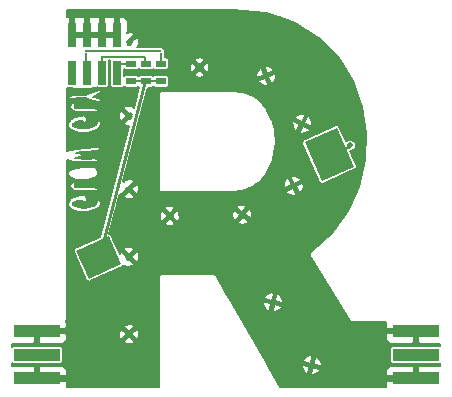
<source format=gbl>
G04 #@! TF.FileFunction,Copper,L2,Bot,Signal*
%FSLAX46Y46*%
G04 Gerber Fmt 4.6, Leading zero omitted, Abs format (unit mm)*
G04 Created by KiCad (PCBNEW 4.0.0-rc2-stable) date 3/3/2016 3:47:18 PM*
%MOMM*%
G01*
G04 APERTURE LIST*
%ADD10C,0.150000*%
%ADD11C,0.500000*%
%ADD12R,4.000000X1.000000*%
%ADD13C,0.600000*%
%ADD14R,0.760000X2.000000*%
%ADD15R,0.740000X2.000000*%
%ADD16R,0.900000X0.600000*%
%ADD17R,0.900000X0.200000*%
%ADD18R,3.800000X0.200000*%
%ADD19R,6.500000X0.200000*%
%ADD20R,0.200000X0.400000*%
%ADD21R,0.200000X0.800000*%
%ADD22R,2.000000X0.200000*%
%ADD23C,0.254000*%
%ADD24C,0.152400*%
G04 APERTURE END LIST*
D10*
D11*
X56842574Y-46447844D03*
X56842574Y-39893965D03*
X72307438Y-49085082D03*
X69040168Y-43748697D03*
X60281380Y-36428350D03*
X66438065Y-36315645D03*
X70776463Y-33870201D03*
X71519907Y-28618940D03*
X68465798Y-24558385D03*
X62819025Y-23861350D03*
X56840280Y-21730643D03*
X56840280Y-27951940D03*
X56840280Y-34173247D03*
D12*
X81147030Y-50192200D03*
X81147030Y-48192200D03*
X81147030Y-46192200D03*
D13*
X80147030Y-50192200D03*
X80147030Y-48192200D03*
X80147030Y-46192200D03*
D12*
X49020840Y-46192200D03*
X49020840Y-48192200D03*
X49020840Y-50192200D03*
D13*
X50020840Y-46192200D03*
X50020840Y-48192200D03*
X50020840Y-50192200D03*
D10*
G36*
X52370325Y-39379760D02*
X55110177Y-38157788D01*
X56169219Y-40532326D01*
X53429367Y-41754298D01*
X52370325Y-39379760D01*
X52370325Y-39379760D01*
G37*
G36*
X71710936Y-30206387D02*
X74450788Y-28984415D01*
X75917154Y-32272237D01*
X73177302Y-33494209D01*
X71710936Y-30206387D01*
X71710936Y-30206387D01*
G37*
D11*
X75549284Y-30465397D03*
D14*
X55832055Y-21133350D03*
X54562055Y-21133350D03*
X53292055Y-21133350D03*
X52022055Y-21133350D03*
X55832055Y-24333350D03*
X54562055Y-24333350D03*
X53292055Y-24333350D03*
D15*
X52022055Y-24333350D03*
D16*
X57027055Y-25033350D03*
X57027055Y-23533350D03*
X58277055Y-23533350D03*
X58277055Y-25033350D03*
X59527055Y-25033350D03*
X59527055Y-23533350D03*
D17*
X56377055Y-23583350D03*
D18*
X56377055Y-22933350D03*
D19*
X56377055Y-22483350D03*
D20*
X58177055Y-23133350D03*
X54577055Y-23133350D03*
D21*
X53227055Y-22933350D03*
X59527055Y-22933350D03*
D22*
X58227055Y-25033350D03*
D23*
X73810000Y-31240000D02*
X75550000Y-30470000D01*
X73810000Y-31240000D02*
X75550000Y-30470000D01*
X73810000Y-31240000D02*
X75550000Y-30470000D01*
X73810000Y-31240000D02*
X75550000Y-30470000D01*
X73810000Y-31240000D02*
X75550000Y-30470000D01*
X73810000Y-31240000D02*
X75550000Y-30470000D01*
X73810000Y-31240000D02*
X75550000Y-30470000D01*
X73810000Y-31240000D02*
X75550000Y-30470000D01*
X73810000Y-31240000D02*
X75550000Y-30470000D01*
X54270000Y-39960000D02*
X58230000Y-25030000D01*
X54270000Y-39960000D02*
X58230000Y-25030000D01*
X54270000Y-39960000D02*
X58230000Y-25030000D01*
X54270000Y-39960000D02*
X58230000Y-25030000D01*
X54270000Y-39960000D02*
X58230000Y-25030000D01*
X54270000Y-39960000D02*
X58230000Y-25030000D01*
X54270000Y-39960000D02*
X58230000Y-25030000D01*
X54270000Y-39960000D02*
X58230000Y-25030000D01*
X54270000Y-39960000D02*
X58230000Y-25030000D01*
D24*
G36*
X68479714Y-19285014D02*
X69769088Y-19634018D01*
X70940037Y-20127558D01*
X72992729Y-21437371D01*
X74598822Y-23092134D01*
X75786894Y-25020316D01*
X76538383Y-27177189D01*
X76880595Y-29445566D01*
X76792609Y-31733220D01*
X76284267Y-33952328D01*
X75366690Y-36051040D01*
X74023298Y-37910373D01*
X72228022Y-39459045D01*
X72207876Y-39484861D01*
X72183919Y-39507194D01*
X72174746Y-39527314D01*
X72161145Y-39544743D01*
X72152411Y-39576306D01*
X72138826Y-39606104D01*
X72138051Y-39628199D01*
X72132154Y-39649510D01*
X72136164Y-39682014D01*
X72135016Y-39714742D01*
X72142756Y-39735453D01*
X72145463Y-39757396D01*
X72161605Y-39785889D01*
X72173070Y-39816568D01*
X75563070Y-45296568D01*
X75585073Y-45320170D01*
X75603000Y-45347000D01*
X75621787Y-45359553D01*
X75637194Y-45376080D01*
X75666553Y-45389465D01*
X75693384Y-45407393D01*
X75715545Y-45411801D01*
X75736104Y-45421174D01*
X75768352Y-45422305D01*
X75800000Y-45428600D01*
X78623883Y-45428600D01*
X78562830Y-45575995D01*
X78562830Y-45868350D01*
X78708880Y-46014400D01*
X79279110Y-46014400D01*
X79247618Y-46130533D01*
X79278412Y-46370000D01*
X78708880Y-46370000D01*
X78562830Y-46516050D01*
X78562830Y-46808405D01*
X78651769Y-47023123D01*
X78816108Y-47187461D01*
X79030826Y-47276400D01*
X80823180Y-47276400D01*
X80969230Y-47130350D01*
X80969230Y-46538598D01*
X81046442Y-46253867D01*
X81013076Y-45994400D01*
X81324830Y-45994400D01*
X81324830Y-46014400D01*
X81344830Y-46014400D01*
X81344830Y-46370000D01*
X81324830Y-46370000D01*
X81324830Y-47130350D01*
X81470880Y-47276400D01*
X83181400Y-47276400D01*
X83181400Y-47466082D01*
X83147030Y-47459122D01*
X79147030Y-47459122D01*
X79062316Y-47475062D01*
X78984512Y-47525128D01*
X78932315Y-47601520D01*
X78913952Y-47692200D01*
X78913952Y-48692200D01*
X78929892Y-48776914D01*
X78979958Y-48854718D01*
X79056350Y-48906915D01*
X79147030Y-48925278D01*
X83147030Y-48925278D01*
X83181400Y-48918811D01*
X83181400Y-49108000D01*
X81470880Y-49108000D01*
X81324830Y-49254050D01*
X81324830Y-50014400D01*
X81344830Y-50014400D01*
X81344830Y-50370000D01*
X81324830Y-50370000D01*
X81324830Y-50390000D01*
X81009526Y-50390000D01*
X81046442Y-50253867D01*
X81001577Y-49904983D01*
X80969230Y-49826890D01*
X80969230Y-49254050D01*
X80823180Y-49108000D01*
X79030826Y-49108000D01*
X78816108Y-49196939D01*
X78651769Y-49361277D01*
X78562830Y-49575995D01*
X78562830Y-49868350D01*
X78708880Y-50014400D01*
X79279110Y-50014400D01*
X79247618Y-50130533D01*
X79278412Y-50370000D01*
X78708880Y-50370000D01*
X78562830Y-50516050D01*
X78562830Y-50808405D01*
X78593065Y-50881400D01*
X69650176Y-50881400D01*
X68638290Y-49143357D01*
X71458893Y-49143357D01*
X71545785Y-49463645D01*
X71748633Y-49726301D01*
X71869713Y-49814343D01*
X71917065Y-49788406D01*
X72266858Y-49788406D01*
X72365713Y-49933627D01*
X72686001Y-49846735D01*
X72948657Y-49643887D01*
X73036699Y-49522807D01*
X72952305Y-49368732D01*
X72399745Y-49235845D01*
X72266858Y-49788406D01*
X71917065Y-49788406D01*
X72023788Y-49729949D01*
X72156675Y-49177389D01*
X71604114Y-49044502D01*
X71458893Y-49143357D01*
X68638290Y-49143357D01*
X68550622Y-48992775D01*
X72458201Y-48992775D01*
X73010762Y-49125662D01*
X73155983Y-49026807D01*
X73069091Y-48706519D01*
X72866243Y-48443863D01*
X72745163Y-48355821D01*
X72591088Y-48440215D01*
X72458201Y-48992775D01*
X68550622Y-48992775D01*
X68349520Y-48647357D01*
X71578177Y-48647357D01*
X71662571Y-48801432D01*
X72215131Y-48934319D01*
X72348018Y-48381758D01*
X72249163Y-48236537D01*
X71928875Y-48323429D01*
X71666219Y-48526277D01*
X71578177Y-48647357D01*
X68349520Y-48647357D01*
X65531453Y-43806972D01*
X68191623Y-43806972D01*
X68278515Y-44127260D01*
X68481363Y-44389916D01*
X68602443Y-44477958D01*
X68649795Y-44452021D01*
X68999588Y-44452021D01*
X69098443Y-44597242D01*
X69418731Y-44510350D01*
X69681387Y-44307502D01*
X69769429Y-44186422D01*
X69685035Y-44032347D01*
X69132475Y-43899460D01*
X68999588Y-44452021D01*
X68649795Y-44452021D01*
X68756518Y-44393564D01*
X68889405Y-43841004D01*
X68336844Y-43708117D01*
X68191623Y-43806972D01*
X65531453Y-43806972D01*
X65443785Y-43656390D01*
X69190931Y-43656390D01*
X69743492Y-43789277D01*
X69888713Y-43690422D01*
X69801821Y-43370134D01*
X69598973Y-43107478D01*
X69477893Y-43019436D01*
X69323818Y-43103830D01*
X69190931Y-43656390D01*
X65443785Y-43656390D01*
X65242683Y-43310972D01*
X68310907Y-43310972D01*
X68395301Y-43465047D01*
X68947861Y-43597934D01*
X69080748Y-43045373D01*
X68981893Y-42900152D01*
X68661605Y-42987044D01*
X68398949Y-43189892D01*
X68310907Y-43310972D01*
X65242683Y-43310972D01*
X64170768Y-41469825D01*
X64146968Y-41442884D01*
X64127000Y-41413000D01*
X64111301Y-41402510D01*
X64098798Y-41388357D01*
X64066501Y-41372575D01*
X64036616Y-41352607D01*
X64018096Y-41348923D01*
X64001130Y-41340633D01*
X63965253Y-41338412D01*
X63930000Y-41331400D01*
X59630000Y-41331400D01*
X59523384Y-41352607D01*
X59433000Y-41413000D01*
X59372607Y-41503384D01*
X59351400Y-41610000D01*
X59351400Y-50881400D01*
X51574805Y-50881400D01*
X51605040Y-50808405D01*
X51605040Y-50516050D01*
X51458990Y-50370000D01*
X50888760Y-50370000D01*
X50920252Y-50253867D01*
X50889458Y-50014400D01*
X51458990Y-50014400D01*
X51605040Y-49868350D01*
X51605040Y-49575995D01*
X51516101Y-49361277D01*
X51351762Y-49196939D01*
X51137044Y-49108000D01*
X49344690Y-49108000D01*
X49198640Y-49254050D01*
X49198640Y-49845802D01*
X49121428Y-50130533D01*
X49154794Y-50390000D01*
X48843040Y-50390000D01*
X48843040Y-50370000D01*
X48823040Y-50370000D01*
X48823040Y-50014400D01*
X48843040Y-50014400D01*
X48843040Y-49254050D01*
X48696990Y-49108000D01*
X46908600Y-49108000D01*
X46908600Y-48892184D01*
X46930160Y-48906915D01*
X47020840Y-48925278D01*
X51020840Y-48925278D01*
X51105554Y-48909338D01*
X51183358Y-48859272D01*
X51235555Y-48782880D01*
X51253918Y-48692200D01*
X51253918Y-47692200D01*
X51237978Y-47607486D01*
X51187912Y-47529682D01*
X51111520Y-47477485D01*
X51020840Y-47459122D01*
X47020840Y-47459122D01*
X46936126Y-47475062D01*
X46908600Y-47492775D01*
X46908600Y-47276400D01*
X48696990Y-47276400D01*
X48843040Y-47130350D01*
X48843040Y-46370000D01*
X48823040Y-46370000D01*
X48823040Y-46014400D01*
X48843040Y-46014400D01*
X48843040Y-45994400D01*
X49158344Y-45994400D01*
X49121428Y-46130533D01*
X49166293Y-46479417D01*
X49198640Y-46557510D01*
X49198640Y-47130350D01*
X49344690Y-47276400D01*
X51137044Y-47276400D01*
X51351762Y-47187461D01*
X51512743Y-47026480D01*
X56440715Y-47026480D01*
X56449193Y-47201950D01*
X56767721Y-47295088D01*
X57097645Y-47259240D01*
X57235955Y-47201950D01*
X57244433Y-47026480D01*
X56842574Y-46624621D01*
X56440715Y-47026480D01*
X51512743Y-47026480D01*
X51516101Y-47023123D01*
X51605040Y-46808405D01*
X51605040Y-46516050D01*
X51461981Y-46372991D01*
X55995330Y-46372991D01*
X56031178Y-46702915D01*
X56088468Y-46841225D01*
X56263938Y-46849703D01*
X56665797Y-46447844D01*
X57019351Y-46447844D01*
X57421210Y-46849703D01*
X57596680Y-46841225D01*
X57689818Y-46522697D01*
X57653970Y-46192773D01*
X57596680Y-46054463D01*
X57421210Y-46045985D01*
X57019351Y-46447844D01*
X56665797Y-46447844D01*
X56263938Y-46045985D01*
X56088468Y-46054463D01*
X55995330Y-46372991D01*
X51461981Y-46372991D01*
X51458990Y-46370000D01*
X50888760Y-46370000D01*
X50920252Y-46253867D01*
X50889458Y-46014400D01*
X51458990Y-46014400D01*
X51604182Y-45869208D01*
X56440715Y-45869208D01*
X56842574Y-46271067D01*
X57244433Y-45869208D01*
X57235955Y-45693738D01*
X56917427Y-45600600D01*
X56587503Y-45636448D01*
X56449193Y-45693738D01*
X56440715Y-45869208D01*
X51604182Y-45869208D01*
X51605040Y-45868350D01*
X51605040Y-45575995D01*
X51516101Y-45361277D01*
X51511908Y-45357084D01*
X51527000Y-45347000D01*
X51587393Y-45256616D01*
X51608600Y-45150000D01*
X51608600Y-35455995D01*
X51703905Y-35455995D01*
X51704113Y-35466899D01*
X51714113Y-35576899D01*
X51728655Y-35615202D01*
X51868655Y-35805202D01*
X51894017Y-35827169D01*
X52174017Y-35977169D01*
X52192740Y-35984219D01*
X52622740Y-36084219D01*
X52628833Y-36085377D01*
X52898833Y-36125377D01*
X52910000Y-36126200D01*
X52950000Y-36126200D01*
X52958652Y-36125707D01*
X53308652Y-36085707D01*
X53317835Y-36084083D01*
X53857835Y-35954083D01*
X53877006Y-35946611D01*
X54237006Y-35746611D01*
X54262651Y-35723374D01*
X54442651Y-35463374D01*
X54455612Y-35429451D01*
X54475612Y-35269451D01*
X54472290Y-35235903D01*
X54452290Y-35175903D01*
X54440006Y-35153035D01*
X54417006Y-35133389D01*
X54327006Y-35083389D01*
X54302775Y-35074878D01*
X54272542Y-35075827D01*
X54245060Y-35088463D01*
X54224659Y-35110795D01*
X54023007Y-35446881D01*
X53846353Y-35570539D01*
X53366261Y-35714567D01*
X53087382Y-35733800D01*
X52953996Y-35733800D01*
X52584566Y-35694913D01*
X52251748Y-35599822D01*
X52136181Y-35525529D01*
X52126200Y-35508893D01*
X52126200Y-35349640D01*
X52203237Y-35265599D01*
X52574269Y-35135739D01*
X52841348Y-35126200D01*
X52878436Y-35126200D01*
X52996118Y-35243882D01*
X53020354Y-35260197D01*
X53050000Y-35266200D01*
X53090000Y-35266200D01*
X53118300Y-35260750D01*
X53168300Y-35240750D01*
X53186965Y-35230006D01*
X53206611Y-35207006D01*
X53256611Y-35117006D01*
X53266200Y-35080000D01*
X53266200Y-34910000D01*
X53265612Y-34900549D01*
X53255612Y-34820549D01*
X53242425Y-34786302D01*
X53172425Y-34686302D01*
X53144078Y-34661845D01*
X53084078Y-34631845D01*
X53055927Y-34624031D01*
X53025903Y-34627710D01*
X52821190Y-34695948D01*
X52206689Y-34804972D01*
X52188730Y-34810512D01*
X51988730Y-34900512D01*
X51959527Y-34923638D01*
X51729527Y-35223638D01*
X51721459Y-35236705D01*
X51713905Y-35265995D01*
X51703905Y-35455995D01*
X51608600Y-35455995D01*
X51608600Y-33864475D01*
X51873931Y-33864475D01*
X51883931Y-34034475D01*
X51889401Y-34058673D01*
X51906118Y-34083882D01*
X52096118Y-34273882D01*
X52112783Y-34286493D01*
X52141585Y-34295734D01*
X52321585Y-34315734D01*
X52324697Y-34316015D01*
X52754697Y-34346015D01*
X52760000Y-34346200D01*
X54080000Y-34346200D01*
X54104097Y-34342290D01*
X54164097Y-34322290D01*
X54194166Y-34303596D01*
X54210750Y-34278300D01*
X54230750Y-34228300D01*
X54236200Y-34200000D01*
X54236200Y-34170000D01*
X54225341Y-34130795D01*
X54195341Y-34080795D01*
X54170445Y-34055420D01*
X54142134Y-34044772D01*
X53832134Y-33994772D01*
X53820000Y-33993800D01*
X52534466Y-33993800D01*
X52266200Y-33962239D01*
X52266200Y-33934747D01*
X52295612Y-33699451D01*
X52295216Y-33677795D01*
X52284542Y-33649494D01*
X52263698Y-33627575D01*
X52163698Y-33557575D01*
X52141063Y-33546769D01*
X52110913Y-33544344D01*
X52082194Y-33553840D01*
X52012194Y-33593840D01*
X51981845Y-33625922D01*
X51881845Y-33825922D01*
X51873931Y-33864475D01*
X51608600Y-33864475D01*
X51608600Y-32770000D01*
X51703800Y-32770000D01*
X51703800Y-32950000D01*
X51707263Y-32972711D01*
X51721830Y-32999221D01*
X51831830Y-33129221D01*
X51847732Y-33143402D01*
X51937732Y-33203402D01*
X51977895Y-33216171D01*
X52007695Y-33210989D01*
X52026153Y-33199112D01*
X52033324Y-33226888D01*
X52052929Y-33249923D01*
X52079950Y-33263515D01*
X52409950Y-33353515D01*
X52423672Y-33355937D01*
X52903672Y-33395937D01*
X52911621Y-33396183D01*
X53381621Y-33386183D01*
X53399540Y-33383652D01*
X53889540Y-33253652D01*
X53912926Y-33242959D01*
X54132926Y-33092959D01*
X54150149Y-33076782D01*
X54220149Y-32986782D01*
X54230197Y-32969646D01*
X54236200Y-32940000D01*
X54236200Y-32700000D01*
X54231348Y-32673244D01*
X54171348Y-32513244D01*
X54149351Y-32481940D01*
X53949351Y-32311940D01*
X53933967Y-32301789D01*
X53904753Y-32293948D01*
X53744753Y-32283948D01*
X53740000Y-32283800D01*
X52900000Y-32283800D01*
X52891939Y-32284228D01*
X52421939Y-32334228D01*
X52407153Y-32337306D01*
X52057153Y-32447306D01*
X52039614Y-32455383D01*
X51799614Y-32605383D01*
X51774659Y-32630795D01*
X51714659Y-32730795D01*
X51703800Y-32770000D01*
X51608600Y-32770000D01*
X51608600Y-31698259D01*
X51648794Y-31724098D01*
X51673813Y-31734461D01*
X52133813Y-31834461D01*
X52144156Y-31835976D01*
X52664156Y-31875976D01*
X52670000Y-31876200D01*
X53810000Y-31876200D01*
X53818652Y-31875707D01*
X54168652Y-31835707D01*
X54187695Y-31830989D01*
X54213132Y-31814621D01*
X54230197Y-31789646D01*
X54236200Y-31760000D01*
X54236200Y-31660000D01*
X54230989Y-31632305D01*
X54214621Y-31606868D01*
X54189646Y-31589803D01*
X54160000Y-31583800D01*
X54065641Y-31583800D01*
X54010017Y-31559961D01*
X53975694Y-31553922D01*
X53447849Y-31583800D01*
X53021722Y-31583800D01*
X52586066Y-31563997D01*
X52273009Y-31528220D01*
X52297399Y-31525840D01*
X52304944Y-31524720D01*
X52754944Y-31434720D01*
X52793882Y-31413882D01*
X52833882Y-31373882D01*
X52850197Y-31349646D01*
X52856200Y-31320000D01*
X52856200Y-31280000D01*
X52845341Y-31240795D01*
X52815341Y-31190795D01*
X52806036Y-31178363D01*
X52781532Y-31160630D01*
X52671532Y-31110630D01*
X52640000Y-31103800D01*
X52600000Y-31103800D01*
X52569983Y-31109961D01*
X52519699Y-31131511D01*
X52369054Y-31109679D01*
X52976717Y-31055903D01*
X52979909Y-31055553D01*
X54199909Y-30895553D01*
X54224078Y-30888155D01*
X54324078Y-30838155D01*
X54343132Y-30824621D01*
X54360197Y-30799646D01*
X54366200Y-30770000D01*
X54366200Y-30700000D01*
X54362290Y-30675903D01*
X54342290Y-30615903D01*
X54333980Y-30598612D01*
X54312837Y-30576981D01*
X54284944Y-30565280D01*
X54234944Y-30555280D01*
X54213101Y-30554113D01*
X53003101Y-30664113D01*
X52999517Y-30664524D01*
X51919517Y-30814524D01*
X51912047Y-30815945D01*
X51608600Y-30889508D01*
X51608600Y-28746195D01*
X51703895Y-28746195D01*
X51704113Y-28756899D01*
X51714113Y-28866899D01*
X51728655Y-28905202D01*
X51868655Y-29095202D01*
X51894017Y-29117169D01*
X52174017Y-29267169D01*
X52192740Y-29274219D01*
X52622740Y-29374219D01*
X52631585Y-29375734D01*
X52901585Y-29405734D01*
X52910000Y-29406200D01*
X52950000Y-29406200D01*
X52956508Y-29405922D01*
X53306508Y-29375922D01*
X53317835Y-29374083D01*
X53857835Y-29244083D01*
X53877006Y-29236611D01*
X54237006Y-29036611D01*
X54263402Y-29012268D01*
X54443402Y-28742268D01*
X54455612Y-28709451D01*
X54475612Y-28549451D01*
X54470750Y-28511700D01*
X54450750Y-28461700D01*
X54440006Y-28443035D01*
X54417006Y-28423389D01*
X54327006Y-28373389D01*
X54303741Y-28365049D01*
X54273498Y-28365608D01*
X54245856Y-28377889D01*
X54225169Y-28399957D01*
X54023426Y-28726588D01*
X53845771Y-28850947D01*
X53366827Y-29004209D01*
X53088679Y-29013800D01*
X52953996Y-29013800D01*
X52584566Y-28974913D01*
X52249800Y-28879265D01*
X52135096Y-28813720D01*
X52126200Y-28798893D01*
X52126200Y-28637913D01*
X52204168Y-28545769D01*
X52574708Y-28425343D01*
X52842713Y-28406200D01*
X52878436Y-28406200D01*
X52996118Y-28523882D01*
X53020354Y-28540197D01*
X53050000Y-28546200D01*
X53090000Y-28546200D01*
X53118300Y-28540750D01*
X53168300Y-28520750D01*
X53183814Y-28512344D01*
X53204617Y-28490386D01*
X53254617Y-28410386D01*
X53266200Y-28370000D01*
X53266200Y-28200000D01*
X53265612Y-28190549D01*
X53255612Y-28110549D01*
X53244287Y-28079090D01*
X53174287Y-27969090D01*
X53160323Y-27952781D01*
X53134097Y-27937710D01*
X53074097Y-27917710D01*
X53055927Y-27914031D01*
X53025903Y-27917710D01*
X52821765Y-27985756D01*
X52207866Y-28084772D01*
X52185922Y-28091845D01*
X51985922Y-28191845D01*
X51960297Y-28212650D01*
X51730297Y-28502650D01*
X51721372Y-28516885D01*
X51713895Y-28546195D01*
X51703895Y-28746195D01*
X51608600Y-28746195D01*
X51608600Y-27877087D01*
X55993036Y-27877087D01*
X56028884Y-28207011D01*
X56086174Y-28345321D01*
X56261644Y-28353799D01*
X56663503Y-27951940D01*
X56261644Y-27550081D01*
X56086174Y-27558559D01*
X55993036Y-27877087D01*
X51608600Y-27877087D01*
X51608600Y-27154475D01*
X51873931Y-27154475D01*
X51883931Y-27324475D01*
X51889401Y-27348673D01*
X51906118Y-27373882D01*
X52096118Y-27563882D01*
X52116506Y-27578444D01*
X52145773Y-27586083D01*
X52325276Y-27596055D01*
X52754697Y-27626015D01*
X52758476Y-27626185D01*
X53258476Y-27636185D01*
X53260000Y-27636200D01*
X54080000Y-27636200D01*
X54104097Y-27632290D01*
X54164097Y-27612290D01*
X54194166Y-27593596D01*
X54210750Y-27568300D01*
X54230750Y-27518300D01*
X54236200Y-27490000D01*
X54236200Y-27450000D01*
X54233945Y-27431599D01*
X54220960Y-27404280D01*
X54190960Y-27364280D01*
X54170445Y-27345420D01*
X54142134Y-27334772D01*
X53832134Y-27284772D01*
X53822626Y-27283845D01*
X53532626Y-27273845D01*
X53530000Y-27273800D01*
X52533355Y-27273800D01*
X52266200Y-27250228D01*
X52266200Y-27214747D01*
X52295612Y-26979451D01*
X52295216Y-26957795D01*
X52284542Y-26929494D01*
X52263698Y-26907575D01*
X52163698Y-26837575D01*
X52141063Y-26826769D01*
X52110913Y-26824344D01*
X52082194Y-26833840D01*
X52012194Y-26873840D01*
X51999368Y-26883054D01*
X51981202Y-26907239D01*
X51881202Y-27117239D01*
X51873931Y-27154475D01*
X51608600Y-27154475D01*
X51608600Y-26320000D01*
X51763800Y-26320000D01*
X51763800Y-26420000D01*
X51773840Y-26457806D01*
X51813840Y-26527806D01*
X51830577Y-26547998D01*
X51857036Y-26562657D01*
X51887113Y-26565867D01*
X52844470Y-26476115D01*
X53229191Y-26466955D01*
X53246118Y-26483882D01*
X53275903Y-26502290D01*
X53815903Y-26682290D01*
X53821874Y-26684013D01*
X54311874Y-26804013D01*
X54330000Y-26806200D01*
X54400000Y-26806200D01*
X54427695Y-26800989D01*
X54453132Y-26784621D01*
X54470197Y-26759646D01*
X54476200Y-26730000D01*
X54476200Y-26660000D01*
X54473334Y-26639298D01*
X54459502Y-26612398D01*
X54419502Y-26562398D01*
X54388922Y-26539502D01*
X53998922Y-26379502D01*
X53989881Y-26376439D01*
X53801044Y-26325402D01*
X53996967Y-26251269D01*
X54002039Y-26249137D01*
X54412039Y-26059137D01*
X54433882Y-26043882D01*
X54483882Y-25993882D01*
X54499617Y-25970981D01*
X54506186Y-25941455D01*
X54500750Y-25911700D01*
X54480750Y-25861700D01*
X54455720Y-25829040D01*
X54375720Y-25769040D01*
X54360726Y-25760269D01*
X54331176Y-25753809D01*
X54301441Y-25759354D01*
X53834581Y-25948085D01*
X53155301Y-26154822D01*
X52946021Y-26173848D01*
X52228942Y-26183807D01*
X52218413Y-26184686D01*
X51828413Y-26244686D01*
X51812305Y-26249011D01*
X51786868Y-26265379D01*
X51769803Y-26290354D01*
X51763800Y-26320000D01*
X51608600Y-26320000D01*
X51608600Y-25557628D01*
X51652055Y-25566428D01*
X51709157Y-25566428D01*
X51722396Y-25589882D01*
X51746341Y-25608363D01*
X51775590Y-25616072D01*
X52463576Y-25655955D01*
X52731585Y-25685734D01*
X52749087Y-25685656D01*
X52777806Y-25676160D01*
X52798660Y-25664244D01*
X52809001Y-25674230D01*
X52837220Y-25685121D01*
X52867453Y-25684174D01*
X53028843Y-25646200D01*
X53640000Y-25646200D01*
X53667695Y-25640989D01*
X53693132Y-25624621D01*
X53703732Y-25609108D01*
X53713755Y-25620563D01*
X53740961Y-25633783D01*
X53771167Y-25635377D01*
X54041167Y-25595377D01*
X54069205Y-25585341D01*
X54121249Y-25554115D01*
X54182055Y-25566428D01*
X54942055Y-25566428D01*
X55026769Y-25550488D01*
X55104573Y-25500422D01*
X55156770Y-25424030D01*
X55175133Y-25333350D01*
X55175133Y-23333350D01*
X55162541Y-23266428D01*
X55232529Y-23266428D01*
X55218977Y-23333350D01*
X55218977Y-25333350D01*
X55234917Y-25418064D01*
X55284983Y-25495868D01*
X55361375Y-25548065D01*
X55452055Y-25566428D01*
X56212055Y-25566428D01*
X56296769Y-25550488D01*
X56374573Y-25500422D01*
X56394318Y-25471524D01*
X56409983Y-25495868D01*
X56486375Y-25548065D01*
X56577055Y-25566428D01*
X57477055Y-25566428D01*
X57561769Y-25550488D01*
X57639573Y-25500422D01*
X57651593Y-25482830D01*
X57659983Y-25495868D01*
X57726486Y-25541308D01*
X57266961Y-27273809D01*
X57238697Y-27302073D01*
X57233661Y-27197834D01*
X56915133Y-27104696D01*
X56585209Y-27140544D01*
X56446899Y-27197834D01*
X56438421Y-27373304D01*
X56840280Y-27775163D01*
X56891758Y-27723686D01*
X57068535Y-27900463D01*
X57017057Y-27951940D01*
X57068535Y-28003418D01*
X56891758Y-28180195D01*
X56840280Y-28128717D01*
X56438421Y-28530576D01*
X56446899Y-28706046D01*
X56765427Y-28799184D01*
X56865251Y-28788338D01*
X54358942Y-38237630D01*
X52275387Y-39166894D01*
X52204512Y-39215957D01*
X52153847Y-39293373D01*
X52137293Y-39384401D01*
X52157459Y-39474698D01*
X53216501Y-41849236D01*
X53265564Y-41920111D01*
X53342980Y-41970776D01*
X53434009Y-41987330D01*
X53524305Y-41967164D01*
X56264157Y-40745192D01*
X56335032Y-40696129D01*
X56385697Y-40618713D01*
X56389347Y-40598642D01*
X56444157Y-40543832D01*
X56449193Y-40648071D01*
X56767721Y-40741209D01*
X57097645Y-40705361D01*
X57235955Y-40648071D01*
X57244433Y-40472601D01*
X56842574Y-40070742D01*
X56791097Y-40122220D01*
X56614320Y-39945443D01*
X56665797Y-39893965D01*
X57019351Y-39893965D01*
X57421210Y-40295824D01*
X57596680Y-40287346D01*
X57689818Y-39968818D01*
X57653970Y-39638894D01*
X57596680Y-39500584D01*
X57421210Y-39492106D01*
X57019351Y-39893965D01*
X56665797Y-39893965D01*
X56263938Y-39492106D01*
X56088468Y-39500584D01*
X56039287Y-39668781D01*
X55881648Y-39315329D01*
X56440715Y-39315329D01*
X56842574Y-39717188D01*
X57244433Y-39315329D01*
X57235955Y-39139859D01*
X56917427Y-39046721D01*
X56587503Y-39082569D01*
X56449193Y-39139859D01*
X56440715Y-39315329D01*
X55881648Y-39315329D01*
X55323043Y-38062850D01*
X55273980Y-37991975D01*
X55196564Y-37941310D01*
X55174398Y-37937279D01*
X55421146Y-37006986D01*
X59879521Y-37006986D01*
X59887999Y-37182456D01*
X60206527Y-37275594D01*
X60536451Y-37239746D01*
X60674761Y-37182456D01*
X60683239Y-37006986D01*
X60615534Y-36939281D01*
X66110363Y-36939281D01*
X66140341Y-37112379D01*
X66467901Y-37165666D01*
X66790919Y-37089543D01*
X66921140Y-37015690D01*
X66907989Y-36840509D01*
X66459790Y-36491082D01*
X66110363Y-36939281D01*
X60615534Y-36939281D01*
X60281380Y-36605127D01*
X59879521Y-37006986D01*
X55421146Y-37006986D01*
X55594476Y-36353497D01*
X59434136Y-36353497D01*
X59469984Y-36683421D01*
X59527274Y-36821731D01*
X59702744Y-36830209D01*
X60104603Y-36428350D01*
X60458157Y-36428350D01*
X60860016Y-36830209D01*
X61035486Y-36821731D01*
X61128624Y-36503203D01*
X61111487Y-36345481D01*
X65588044Y-36345481D01*
X65664167Y-36668499D01*
X65738020Y-36798720D01*
X65913201Y-36785569D01*
X66262628Y-36337370D01*
X66206897Y-36293920D01*
X66613502Y-36293920D01*
X67061701Y-36643347D01*
X67234799Y-36613369D01*
X67288086Y-36285809D01*
X67211963Y-35962791D01*
X67138110Y-35832570D01*
X66962929Y-35845721D01*
X66613502Y-36293920D01*
X66206897Y-36293920D01*
X65814429Y-35987943D01*
X65641331Y-36017921D01*
X65588044Y-36345481D01*
X61111487Y-36345481D01*
X61092776Y-36173279D01*
X61035486Y-36034969D01*
X60860016Y-36026491D01*
X60458157Y-36428350D01*
X60104603Y-36428350D01*
X59702744Y-36026491D01*
X59527274Y-36034969D01*
X59434136Y-36353497D01*
X55594476Y-36353497D01*
X55728098Y-35849714D01*
X59879521Y-35849714D01*
X60281380Y-36251573D01*
X60683239Y-35849714D01*
X60674761Y-35674244D01*
X60474202Y-35615600D01*
X65954990Y-35615600D01*
X65968141Y-35790781D01*
X66416340Y-36140208D01*
X66765767Y-35692009D01*
X66735789Y-35518911D01*
X66408229Y-35465624D01*
X66085211Y-35541747D01*
X65954990Y-35615600D01*
X60474202Y-35615600D01*
X60356233Y-35581106D01*
X60026309Y-35616954D01*
X59887999Y-35674244D01*
X59879521Y-35849714D01*
X55728098Y-35849714D01*
X56019285Y-34751883D01*
X56438421Y-34751883D01*
X56446899Y-34927353D01*
X56765427Y-35020491D01*
X57095351Y-34984643D01*
X57233661Y-34927353D01*
X57242139Y-34751883D01*
X56840280Y-34350024D01*
X56438421Y-34751883D01*
X56019285Y-34751883D01*
X56075352Y-34540501D01*
X56086174Y-34566628D01*
X56261644Y-34575106D01*
X56663503Y-34173247D01*
X57017057Y-34173247D01*
X57418916Y-34575106D01*
X57594386Y-34566628D01*
X57626416Y-34457084D01*
X70160839Y-34457084D01*
X70432291Y-34648000D01*
X70756140Y-34720502D01*
X70905537Y-34710894D01*
X70970169Y-34547540D01*
X70719435Y-34037526D01*
X70209421Y-34288260D01*
X70160839Y-34457084D01*
X57626416Y-34457084D01*
X57687524Y-34248100D01*
X57651676Y-33918176D01*
X57594386Y-33779866D01*
X57418916Y-33771388D01*
X57017057Y-34173247D01*
X56663503Y-34173247D01*
X56612026Y-34121770D01*
X56788803Y-33944993D01*
X56840280Y-33996470D01*
X57242139Y-33594611D01*
X57233661Y-33419141D01*
X56915133Y-33326003D01*
X56585209Y-33361851D01*
X56446899Y-33419141D01*
X56441863Y-33523380D01*
X56365636Y-33447153D01*
X56365246Y-33447543D01*
X58303482Y-26140000D01*
X59341400Y-26140000D01*
X59341400Y-34150000D01*
X59362607Y-34256616D01*
X59423000Y-34347000D01*
X59513384Y-34407393D01*
X59620000Y-34428600D01*
X65560000Y-34428600D01*
X65574106Y-34425794D01*
X65588425Y-34427146D01*
X66368425Y-34347146D01*
X66397707Y-34338135D01*
X66428101Y-34334303D01*
X67118101Y-34104303D01*
X67149825Y-34086219D01*
X67183629Y-34072413D01*
X67520285Y-33849878D01*
X69926162Y-33849878D01*
X69935770Y-33999275D01*
X70099124Y-34063907D01*
X70377138Y-33927229D01*
X70943788Y-33927229D01*
X71194522Y-34437243D01*
X71363346Y-34485825D01*
X71554262Y-34214373D01*
X71626764Y-33890524D01*
X71617156Y-33741127D01*
X71453802Y-33676495D01*
X70943788Y-33927229D01*
X70377138Y-33927229D01*
X70609138Y-33813173D01*
X70358404Y-33303159D01*
X70189580Y-33254577D01*
X69998664Y-33526029D01*
X69926162Y-33849878D01*
X67520285Y-33849878D01*
X67773629Y-33682414D01*
X67800246Y-33656061D01*
X67829904Y-33633189D01*
X68214189Y-33192862D01*
X70582757Y-33192862D01*
X70833491Y-33702876D01*
X71343505Y-33452142D01*
X71392087Y-33283318D01*
X71120635Y-33092402D01*
X70796786Y-33019900D01*
X70647389Y-33029508D01*
X70582757Y-33192862D01*
X68214189Y-33192862D01*
X68309904Y-33083189D01*
X68326885Y-33053613D01*
X68348041Y-33026861D01*
X69018041Y-31716861D01*
X69029701Y-31675759D01*
X69044809Y-31635802D01*
X69282271Y-30211028D01*
X71477904Y-30211028D01*
X71498070Y-30301325D01*
X72964436Y-33589147D01*
X73013499Y-33660022D01*
X73090915Y-33710687D01*
X73181944Y-33727241D01*
X73272240Y-33707075D01*
X76012092Y-32485103D01*
X76082967Y-32436040D01*
X76133632Y-32358624D01*
X76150186Y-32267596D01*
X76130020Y-32177299D01*
X75579980Y-30944024D01*
X75644066Y-30944080D01*
X75820035Y-30871371D01*
X75954784Y-30736856D01*
X76027800Y-30561014D01*
X76027967Y-30370615D01*
X75955258Y-30194646D01*
X75820743Y-30059897D01*
X75644901Y-29986881D01*
X75454502Y-29986714D01*
X75278533Y-30059423D01*
X75214125Y-30123719D01*
X74663654Y-28889477D01*
X74614591Y-28818602D01*
X74537175Y-28767937D01*
X74446146Y-28751383D01*
X74355850Y-28771549D01*
X71615998Y-29993521D01*
X71545123Y-30042584D01*
X71494458Y-30120000D01*
X71477904Y-30211028D01*
X69282271Y-30211028D01*
X69284809Y-30195802D01*
X69283500Y-30153846D01*
X69285987Y-30111933D01*
X69173726Y-29298034D01*
X71332446Y-29298034D01*
X71398579Y-29460786D01*
X71729975Y-29443135D01*
X72029390Y-29300006D01*
X72140909Y-29200130D01*
X72090775Y-29031760D01*
X71578474Y-28785733D01*
X71332446Y-29298034D01*
X69173726Y-29298034D01*
X69085987Y-28661933D01*
X69071567Y-28620297D01*
X69060323Y-28577705D01*
X69021194Y-28497612D01*
X70678061Y-28497612D01*
X70695712Y-28829008D01*
X70838841Y-29128423D01*
X70938717Y-29239942D01*
X71107087Y-29189808D01*
X71353114Y-28677507D01*
X71109208Y-28560373D01*
X71686700Y-28560373D01*
X72199001Y-28806401D01*
X72361753Y-28740268D01*
X72344102Y-28408872D01*
X72200973Y-28109457D01*
X72101097Y-27997938D01*
X71932727Y-28048072D01*
X71686700Y-28560373D01*
X71109208Y-28560373D01*
X70840813Y-28431479D01*
X70678061Y-28497612D01*
X69021194Y-28497612D01*
X68796529Y-28037750D01*
X70898905Y-28037750D01*
X70949039Y-28206120D01*
X71461340Y-28452147D01*
X71707368Y-27939846D01*
X71641235Y-27777094D01*
X71309839Y-27794745D01*
X71010424Y-27937874D01*
X70898905Y-28037750D01*
X68796529Y-28037750D01*
X68420323Y-27267705D01*
X68398140Y-27238572D01*
X68379904Y-27206811D01*
X67899904Y-26656811D01*
X67869407Y-26633293D01*
X67841834Y-26606410D01*
X67241834Y-26216410D01*
X67209444Y-26203472D01*
X67179215Y-26186071D01*
X66469215Y-25946071D01*
X66437587Y-25941948D01*
X66407052Y-25932716D01*
X65587052Y-25852716D01*
X65574364Y-25853978D01*
X65561876Y-25851406D01*
X62591876Y-25831406D01*
X62589532Y-25831856D01*
X62587186Y-25831414D01*
X59617186Y-25861414D01*
X59565332Y-25872274D01*
X59513384Y-25882607D01*
X59512192Y-25883403D01*
X59510790Y-25883697D01*
X59467052Y-25913565D01*
X59423000Y-25943000D01*
X59422204Y-25944192D01*
X59421020Y-25945000D01*
X59392024Y-25989358D01*
X59362607Y-26033384D01*
X59362328Y-26034789D01*
X59361543Y-26035989D01*
X59351729Y-26088071D01*
X59341400Y-26140000D01*
X58303482Y-26140000D01*
X58455615Y-25566428D01*
X58727055Y-25566428D01*
X58811769Y-25550488D01*
X58889573Y-25500422D01*
X58901593Y-25482830D01*
X58909983Y-25495868D01*
X58986375Y-25548065D01*
X59077055Y-25566428D01*
X59977055Y-25566428D01*
X60061769Y-25550488D01*
X60139573Y-25500422D01*
X60191770Y-25424030D01*
X60210133Y-25333350D01*
X60210133Y-25080015D01*
X67793990Y-25080015D01*
X68044747Y-25297399D01*
X68359606Y-25402274D01*
X68509209Y-25407820D01*
X68590026Y-25251839D01*
X68392144Y-24719087D01*
X67859392Y-24916969D01*
X67793990Y-25080015D01*
X60210133Y-25080015D01*
X60210133Y-24733350D01*
X60194193Y-24648636D01*
X60144127Y-24570832D01*
X60067735Y-24518635D01*
X59977055Y-24500272D01*
X59077055Y-24500272D01*
X58992341Y-24516212D01*
X58914537Y-24566278D01*
X58902517Y-24583870D01*
X58894127Y-24570832D01*
X58817735Y-24518635D01*
X58727055Y-24500272D01*
X57827055Y-24500272D01*
X57742341Y-24516212D01*
X57664537Y-24566278D01*
X57652517Y-24583870D01*
X57644127Y-24570832D01*
X57567735Y-24518635D01*
X57477055Y-24500272D01*
X56577055Y-24500272D01*
X56492341Y-24516212D01*
X56445133Y-24546590D01*
X56445133Y-24439986D01*
X62417166Y-24439986D01*
X62425644Y-24615456D01*
X62744172Y-24708594D01*
X63074096Y-24672746D01*
X63212406Y-24615456D01*
X63213065Y-24601796D01*
X67616363Y-24601796D01*
X67772344Y-24682613D01*
X67908502Y-24632039D01*
X68626500Y-24632039D01*
X68824382Y-25164791D01*
X68987428Y-25230193D01*
X69204812Y-24979436D01*
X69309687Y-24664577D01*
X69315233Y-24514974D01*
X69159252Y-24434157D01*
X68626500Y-24632039D01*
X67908502Y-24632039D01*
X68305096Y-24484731D01*
X68107214Y-23951979D01*
X67944168Y-23886577D01*
X67726784Y-24137334D01*
X67621909Y-24452193D01*
X67616363Y-24601796D01*
X63213065Y-24601796D01*
X63220884Y-24439986D01*
X62819025Y-24038127D01*
X62417166Y-24439986D01*
X56445133Y-24439986D01*
X56445133Y-24019885D01*
X56486375Y-24048065D01*
X56577055Y-24066428D01*
X57477055Y-24066428D01*
X57561769Y-24050488D01*
X57639573Y-24000422D01*
X57651593Y-23982830D01*
X57659983Y-23995868D01*
X57736375Y-24048065D01*
X57827055Y-24066428D01*
X58727055Y-24066428D01*
X58811769Y-24050488D01*
X58889573Y-24000422D01*
X58901593Y-23982830D01*
X58909983Y-23995868D01*
X58986375Y-24048065D01*
X59077055Y-24066428D01*
X59977055Y-24066428D01*
X60061769Y-24050488D01*
X60139573Y-24000422D01*
X60191770Y-23924030D01*
X60210133Y-23833350D01*
X60210133Y-23786497D01*
X61971781Y-23786497D01*
X62007629Y-24116421D01*
X62064919Y-24254731D01*
X62240389Y-24263209D01*
X62642248Y-23861350D01*
X62995802Y-23861350D01*
X63397661Y-24263209D01*
X63573131Y-24254731D01*
X63666269Y-23936203D01*
X63658525Y-23864931D01*
X68341570Y-23864931D01*
X68539452Y-24397683D01*
X69072204Y-24199801D01*
X69137606Y-24036755D01*
X68886849Y-23819371D01*
X68571990Y-23714496D01*
X68422387Y-23708950D01*
X68341570Y-23864931D01*
X63658525Y-23864931D01*
X63630421Y-23606279D01*
X63573131Y-23467969D01*
X63397661Y-23459491D01*
X62995802Y-23861350D01*
X62642248Y-23861350D01*
X62240389Y-23459491D01*
X62064919Y-23467969D01*
X61971781Y-23786497D01*
X60210133Y-23786497D01*
X60210133Y-23282714D01*
X62417166Y-23282714D01*
X62819025Y-23684573D01*
X63220884Y-23282714D01*
X63212406Y-23107244D01*
X62893878Y-23014106D01*
X62563954Y-23049954D01*
X62425644Y-23107244D01*
X62417166Y-23282714D01*
X60210133Y-23282714D01*
X60210133Y-23233350D01*
X60194193Y-23148636D01*
X60144127Y-23070832D01*
X60067735Y-23018635D01*
X59977055Y-23000272D01*
X59860133Y-23000272D01*
X59860133Y-22383350D01*
X59844193Y-22298636D01*
X59794127Y-22220832D01*
X59717735Y-22168635D01*
X59627055Y-22150272D01*
X57511359Y-22150272D01*
X57490147Y-22129060D01*
X57594386Y-22124024D01*
X57687524Y-21805496D01*
X57651676Y-21475572D01*
X57594386Y-21337262D01*
X57418916Y-21328784D01*
X57017057Y-21730643D01*
X57068535Y-21782121D01*
X56891758Y-21958898D01*
X56840280Y-21907420D01*
X56796255Y-21951445D01*
X56796255Y-21509841D01*
X56840280Y-21553866D01*
X57242139Y-21152007D01*
X57233661Y-20976537D01*
X56915133Y-20883399D01*
X56698856Y-20906899D01*
X56796255Y-20809500D01*
X56796255Y-20017146D01*
X56707316Y-19802428D01*
X56542978Y-19638089D01*
X56328260Y-19549150D01*
X56155905Y-19549150D01*
X56009855Y-19695200D01*
X56009855Y-20955550D01*
X56029855Y-20955550D01*
X56029855Y-21311150D01*
X56009855Y-21311150D01*
X56009855Y-21331150D01*
X55654255Y-21331150D01*
X55654255Y-21311150D01*
X54739855Y-21311150D01*
X54739855Y-21331150D01*
X54384255Y-21331150D01*
X54384255Y-21311150D01*
X53469855Y-21311150D01*
X53469855Y-21331150D01*
X53114255Y-21331150D01*
X53114255Y-21311150D01*
X52199855Y-21311150D01*
X52199855Y-21331150D01*
X51844255Y-21331150D01*
X51844255Y-21311150D01*
X51824255Y-21311150D01*
X51824255Y-20955550D01*
X51844255Y-20955550D01*
X51844255Y-19695200D01*
X52199855Y-19695200D01*
X52199855Y-20955550D01*
X53114255Y-20955550D01*
X53114255Y-19695200D01*
X53469855Y-19695200D01*
X53469855Y-20955550D01*
X54384255Y-20955550D01*
X54384255Y-19695200D01*
X54739855Y-19695200D01*
X54739855Y-20955550D01*
X55654255Y-20955550D01*
X55654255Y-19695200D01*
X55508205Y-19549150D01*
X55335850Y-19549150D01*
X55197055Y-19606641D01*
X55058260Y-19549150D01*
X54885905Y-19549150D01*
X54739855Y-19695200D01*
X54384255Y-19695200D01*
X54238205Y-19549150D01*
X54065850Y-19549150D01*
X53927055Y-19606641D01*
X53788260Y-19549150D01*
X53615905Y-19549150D01*
X53469855Y-19695200D01*
X53114255Y-19695200D01*
X52968205Y-19549150D01*
X52795850Y-19549150D01*
X52657055Y-19606641D01*
X52518260Y-19549150D01*
X52345905Y-19549150D01*
X52199855Y-19695200D01*
X51844255Y-19695200D01*
X51698205Y-19549150D01*
X51608600Y-19549150D01*
X51608600Y-18998600D01*
X65546433Y-18998600D01*
X68479714Y-19285014D01*
X68479714Y-19285014D01*
G37*
X68479714Y-19285014D02*
X69769088Y-19634018D01*
X70940037Y-20127558D01*
X72992729Y-21437371D01*
X74598822Y-23092134D01*
X75786894Y-25020316D01*
X76538383Y-27177189D01*
X76880595Y-29445566D01*
X76792609Y-31733220D01*
X76284267Y-33952328D01*
X75366690Y-36051040D01*
X74023298Y-37910373D01*
X72228022Y-39459045D01*
X72207876Y-39484861D01*
X72183919Y-39507194D01*
X72174746Y-39527314D01*
X72161145Y-39544743D01*
X72152411Y-39576306D01*
X72138826Y-39606104D01*
X72138051Y-39628199D01*
X72132154Y-39649510D01*
X72136164Y-39682014D01*
X72135016Y-39714742D01*
X72142756Y-39735453D01*
X72145463Y-39757396D01*
X72161605Y-39785889D01*
X72173070Y-39816568D01*
X75563070Y-45296568D01*
X75585073Y-45320170D01*
X75603000Y-45347000D01*
X75621787Y-45359553D01*
X75637194Y-45376080D01*
X75666553Y-45389465D01*
X75693384Y-45407393D01*
X75715545Y-45411801D01*
X75736104Y-45421174D01*
X75768352Y-45422305D01*
X75800000Y-45428600D01*
X78623883Y-45428600D01*
X78562830Y-45575995D01*
X78562830Y-45868350D01*
X78708880Y-46014400D01*
X79279110Y-46014400D01*
X79247618Y-46130533D01*
X79278412Y-46370000D01*
X78708880Y-46370000D01*
X78562830Y-46516050D01*
X78562830Y-46808405D01*
X78651769Y-47023123D01*
X78816108Y-47187461D01*
X79030826Y-47276400D01*
X80823180Y-47276400D01*
X80969230Y-47130350D01*
X80969230Y-46538598D01*
X81046442Y-46253867D01*
X81013076Y-45994400D01*
X81324830Y-45994400D01*
X81324830Y-46014400D01*
X81344830Y-46014400D01*
X81344830Y-46370000D01*
X81324830Y-46370000D01*
X81324830Y-47130350D01*
X81470880Y-47276400D01*
X83181400Y-47276400D01*
X83181400Y-47466082D01*
X83147030Y-47459122D01*
X79147030Y-47459122D01*
X79062316Y-47475062D01*
X78984512Y-47525128D01*
X78932315Y-47601520D01*
X78913952Y-47692200D01*
X78913952Y-48692200D01*
X78929892Y-48776914D01*
X78979958Y-48854718D01*
X79056350Y-48906915D01*
X79147030Y-48925278D01*
X83147030Y-48925278D01*
X83181400Y-48918811D01*
X83181400Y-49108000D01*
X81470880Y-49108000D01*
X81324830Y-49254050D01*
X81324830Y-50014400D01*
X81344830Y-50014400D01*
X81344830Y-50370000D01*
X81324830Y-50370000D01*
X81324830Y-50390000D01*
X81009526Y-50390000D01*
X81046442Y-50253867D01*
X81001577Y-49904983D01*
X80969230Y-49826890D01*
X80969230Y-49254050D01*
X80823180Y-49108000D01*
X79030826Y-49108000D01*
X78816108Y-49196939D01*
X78651769Y-49361277D01*
X78562830Y-49575995D01*
X78562830Y-49868350D01*
X78708880Y-50014400D01*
X79279110Y-50014400D01*
X79247618Y-50130533D01*
X79278412Y-50370000D01*
X78708880Y-50370000D01*
X78562830Y-50516050D01*
X78562830Y-50808405D01*
X78593065Y-50881400D01*
X69650176Y-50881400D01*
X68638290Y-49143357D01*
X71458893Y-49143357D01*
X71545785Y-49463645D01*
X71748633Y-49726301D01*
X71869713Y-49814343D01*
X71917065Y-49788406D01*
X72266858Y-49788406D01*
X72365713Y-49933627D01*
X72686001Y-49846735D01*
X72948657Y-49643887D01*
X73036699Y-49522807D01*
X72952305Y-49368732D01*
X72399745Y-49235845D01*
X72266858Y-49788406D01*
X71917065Y-49788406D01*
X72023788Y-49729949D01*
X72156675Y-49177389D01*
X71604114Y-49044502D01*
X71458893Y-49143357D01*
X68638290Y-49143357D01*
X68550622Y-48992775D01*
X72458201Y-48992775D01*
X73010762Y-49125662D01*
X73155983Y-49026807D01*
X73069091Y-48706519D01*
X72866243Y-48443863D01*
X72745163Y-48355821D01*
X72591088Y-48440215D01*
X72458201Y-48992775D01*
X68550622Y-48992775D01*
X68349520Y-48647357D01*
X71578177Y-48647357D01*
X71662571Y-48801432D01*
X72215131Y-48934319D01*
X72348018Y-48381758D01*
X72249163Y-48236537D01*
X71928875Y-48323429D01*
X71666219Y-48526277D01*
X71578177Y-48647357D01*
X68349520Y-48647357D01*
X65531453Y-43806972D01*
X68191623Y-43806972D01*
X68278515Y-44127260D01*
X68481363Y-44389916D01*
X68602443Y-44477958D01*
X68649795Y-44452021D01*
X68999588Y-44452021D01*
X69098443Y-44597242D01*
X69418731Y-44510350D01*
X69681387Y-44307502D01*
X69769429Y-44186422D01*
X69685035Y-44032347D01*
X69132475Y-43899460D01*
X68999588Y-44452021D01*
X68649795Y-44452021D01*
X68756518Y-44393564D01*
X68889405Y-43841004D01*
X68336844Y-43708117D01*
X68191623Y-43806972D01*
X65531453Y-43806972D01*
X65443785Y-43656390D01*
X69190931Y-43656390D01*
X69743492Y-43789277D01*
X69888713Y-43690422D01*
X69801821Y-43370134D01*
X69598973Y-43107478D01*
X69477893Y-43019436D01*
X69323818Y-43103830D01*
X69190931Y-43656390D01*
X65443785Y-43656390D01*
X65242683Y-43310972D01*
X68310907Y-43310972D01*
X68395301Y-43465047D01*
X68947861Y-43597934D01*
X69080748Y-43045373D01*
X68981893Y-42900152D01*
X68661605Y-42987044D01*
X68398949Y-43189892D01*
X68310907Y-43310972D01*
X65242683Y-43310972D01*
X64170768Y-41469825D01*
X64146968Y-41442884D01*
X64127000Y-41413000D01*
X64111301Y-41402510D01*
X64098798Y-41388357D01*
X64066501Y-41372575D01*
X64036616Y-41352607D01*
X64018096Y-41348923D01*
X64001130Y-41340633D01*
X63965253Y-41338412D01*
X63930000Y-41331400D01*
X59630000Y-41331400D01*
X59523384Y-41352607D01*
X59433000Y-41413000D01*
X59372607Y-41503384D01*
X59351400Y-41610000D01*
X59351400Y-50881400D01*
X51574805Y-50881400D01*
X51605040Y-50808405D01*
X51605040Y-50516050D01*
X51458990Y-50370000D01*
X50888760Y-50370000D01*
X50920252Y-50253867D01*
X50889458Y-50014400D01*
X51458990Y-50014400D01*
X51605040Y-49868350D01*
X51605040Y-49575995D01*
X51516101Y-49361277D01*
X51351762Y-49196939D01*
X51137044Y-49108000D01*
X49344690Y-49108000D01*
X49198640Y-49254050D01*
X49198640Y-49845802D01*
X49121428Y-50130533D01*
X49154794Y-50390000D01*
X48843040Y-50390000D01*
X48843040Y-50370000D01*
X48823040Y-50370000D01*
X48823040Y-50014400D01*
X48843040Y-50014400D01*
X48843040Y-49254050D01*
X48696990Y-49108000D01*
X46908600Y-49108000D01*
X46908600Y-48892184D01*
X46930160Y-48906915D01*
X47020840Y-48925278D01*
X51020840Y-48925278D01*
X51105554Y-48909338D01*
X51183358Y-48859272D01*
X51235555Y-48782880D01*
X51253918Y-48692200D01*
X51253918Y-47692200D01*
X51237978Y-47607486D01*
X51187912Y-47529682D01*
X51111520Y-47477485D01*
X51020840Y-47459122D01*
X47020840Y-47459122D01*
X46936126Y-47475062D01*
X46908600Y-47492775D01*
X46908600Y-47276400D01*
X48696990Y-47276400D01*
X48843040Y-47130350D01*
X48843040Y-46370000D01*
X48823040Y-46370000D01*
X48823040Y-46014400D01*
X48843040Y-46014400D01*
X48843040Y-45994400D01*
X49158344Y-45994400D01*
X49121428Y-46130533D01*
X49166293Y-46479417D01*
X49198640Y-46557510D01*
X49198640Y-47130350D01*
X49344690Y-47276400D01*
X51137044Y-47276400D01*
X51351762Y-47187461D01*
X51512743Y-47026480D01*
X56440715Y-47026480D01*
X56449193Y-47201950D01*
X56767721Y-47295088D01*
X57097645Y-47259240D01*
X57235955Y-47201950D01*
X57244433Y-47026480D01*
X56842574Y-46624621D01*
X56440715Y-47026480D01*
X51512743Y-47026480D01*
X51516101Y-47023123D01*
X51605040Y-46808405D01*
X51605040Y-46516050D01*
X51461981Y-46372991D01*
X55995330Y-46372991D01*
X56031178Y-46702915D01*
X56088468Y-46841225D01*
X56263938Y-46849703D01*
X56665797Y-46447844D01*
X57019351Y-46447844D01*
X57421210Y-46849703D01*
X57596680Y-46841225D01*
X57689818Y-46522697D01*
X57653970Y-46192773D01*
X57596680Y-46054463D01*
X57421210Y-46045985D01*
X57019351Y-46447844D01*
X56665797Y-46447844D01*
X56263938Y-46045985D01*
X56088468Y-46054463D01*
X55995330Y-46372991D01*
X51461981Y-46372991D01*
X51458990Y-46370000D01*
X50888760Y-46370000D01*
X50920252Y-46253867D01*
X50889458Y-46014400D01*
X51458990Y-46014400D01*
X51604182Y-45869208D01*
X56440715Y-45869208D01*
X56842574Y-46271067D01*
X57244433Y-45869208D01*
X57235955Y-45693738D01*
X56917427Y-45600600D01*
X56587503Y-45636448D01*
X56449193Y-45693738D01*
X56440715Y-45869208D01*
X51604182Y-45869208D01*
X51605040Y-45868350D01*
X51605040Y-45575995D01*
X51516101Y-45361277D01*
X51511908Y-45357084D01*
X51527000Y-45347000D01*
X51587393Y-45256616D01*
X51608600Y-45150000D01*
X51608600Y-35455995D01*
X51703905Y-35455995D01*
X51704113Y-35466899D01*
X51714113Y-35576899D01*
X51728655Y-35615202D01*
X51868655Y-35805202D01*
X51894017Y-35827169D01*
X52174017Y-35977169D01*
X52192740Y-35984219D01*
X52622740Y-36084219D01*
X52628833Y-36085377D01*
X52898833Y-36125377D01*
X52910000Y-36126200D01*
X52950000Y-36126200D01*
X52958652Y-36125707D01*
X53308652Y-36085707D01*
X53317835Y-36084083D01*
X53857835Y-35954083D01*
X53877006Y-35946611D01*
X54237006Y-35746611D01*
X54262651Y-35723374D01*
X54442651Y-35463374D01*
X54455612Y-35429451D01*
X54475612Y-35269451D01*
X54472290Y-35235903D01*
X54452290Y-35175903D01*
X54440006Y-35153035D01*
X54417006Y-35133389D01*
X54327006Y-35083389D01*
X54302775Y-35074878D01*
X54272542Y-35075827D01*
X54245060Y-35088463D01*
X54224659Y-35110795D01*
X54023007Y-35446881D01*
X53846353Y-35570539D01*
X53366261Y-35714567D01*
X53087382Y-35733800D01*
X52953996Y-35733800D01*
X52584566Y-35694913D01*
X52251748Y-35599822D01*
X52136181Y-35525529D01*
X52126200Y-35508893D01*
X52126200Y-35349640D01*
X52203237Y-35265599D01*
X52574269Y-35135739D01*
X52841348Y-35126200D01*
X52878436Y-35126200D01*
X52996118Y-35243882D01*
X53020354Y-35260197D01*
X53050000Y-35266200D01*
X53090000Y-35266200D01*
X53118300Y-35260750D01*
X53168300Y-35240750D01*
X53186965Y-35230006D01*
X53206611Y-35207006D01*
X53256611Y-35117006D01*
X53266200Y-35080000D01*
X53266200Y-34910000D01*
X53265612Y-34900549D01*
X53255612Y-34820549D01*
X53242425Y-34786302D01*
X53172425Y-34686302D01*
X53144078Y-34661845D01*
X53084078Y-34631845D01*
X53055927Y-34624031D01*
X53025903Y-34627710D01*
X52821190Y-34695948D01*
X52206689Y-34804972D01*
X52188730Y-34810512D01*
X51988730Y-34900512D01*
X51959527Y-34923638D01*
X51729527Y-35223638D01*
X51721459Y-35236705D01*
X51713905Y-35265995D01*
X51703905Y-35455995D01*
X51608600Y-35455995D01*
X51608600Y-33864475D01*
X51873931Y-33864475D01*
X51883931Y-34034475D01*
X51889401Y-34058673D01*
X51906118Y-34083882D01*
X52096118Y-34273882D01*
X52112783Y-34286493D01*
X52141585Y-34295734D01*
X52321585Y-34315734D01*
X52324697Y-34316015D01*
X52754697Y-34346015D01*
X52760000Y-34346200D01*
X54080000Y-34346200D01*
X54104097Y-34342290D01*
X54164097Y-34322290D01*
X54194166Y-34303596D01*
X54210750Y-34278300D01*
X54230750Y-34228300D01*
X54236200Y-34200000D01*
X54236200Y-34170000D01*
X54225341Y-34130795D01*
X54195341Y-34080795D01*
X54170445Y-34055420D01*
X54142134Y-34044772D01*
X53832134Y-33994772D01*
X53820000Y-33993800D01*
X52534466Y-33993800D01*
X52266200Y-33962239D01*
X52266200Y-33934747D01*
X52295612Y-33699451D01*
X52295216Y-33677795D01*
X52284542Y-33649494D01*
X52263698Y-33627575D01*
X52163698Y-33557575D01*
X52141063Y-33546769D01*
X52110913Y-33544344D01*
X52082194Y-33553840D01*
X52012194Y-33593840D01*
X51981845Y-33625922D01*
X51881845Y-33825922D01*
X51873931Y-33864475D01*
X51608600Y-33864475D01*
X51608600Y-32770000D01*
X51703800Y-32770000D01*
X51703800Y-32950000D01*
X51707263Y-32972711D01*
X51721830Y-32999221D01*
X51831830Y-33129221D01*
X51847732Y-33143402D01*
X51937732Y-33203402D01*
X51977895Y-33216171D01*
X52007695Y-33210989D01*
X52026153Y-33199112D01*
X52033324Y-33226888D01*
X52052929Y-33249923D01*
X52079950Y-33263515D01*
X52409950Y-33353515D01*
X52423672Y-33355937D01*
X52903672Y-33395937D01*
X52911621Y-33396183D01*
X53381621Y-33386183D01*
X53399540Y-33383652D01*
X53889540Y-33253652D01*
X53912926Y-33242959D01*
X54132926Y-33092959D01*
X54150149Y-33076782D01*
X54220149Y-32986782D01*
X54230197Y-32969646D01*
X54236200Y-32940000D01*
X54236200Y-32700000D01*
X54231348Y-32673244D01*
X54171348Y-32513244D01*
X54149351Y-32481940D01*
X53949351Y-32311940D01*
X53933967Y-32301789D01*
X53904753Y-32293948D01*
X53744753Y-32283948D01*
X53740000Y-32283800D01*
X52900000Y-32283800D01*
X52891939Y-32284228D01*
X52421939Y-32334228D01*
X52407153Y-32337306D01*
X52057153Y-32447306D01*
X52039614Y-32455383D01*
X51799614Y-32605383D01*
X51774659Y-32630795D01*
X51714659Y-32730795D01*
X51703800Y-32770000D01*
X51608600Y-32770000D01*
X51608600Y-31698259D01*
X51648794Y-31724098D01*
X51673813Y-31734461D01*
X52133813Y-31834461D01*
X52144156Y-31835976D01*
X52664156Y-31875976D01*
X52670000Y-31876200D01*
X53810000Y-31876200D01*
X53818652Y-31875707D01*
X54168652Y-31835707D01*
X54187695Y-31830989D01*
X54213132Y-31814621D01*
X54230197Y-31789646D01*
X54236200Y-31760000D01*
X54236200Y-31660000D01*
X54230989Y-31632305D01*
X54214621Y-31606868D01*
X54189646Y-31589803D01*
X54160000Y-31583800D01*
X54065641Y-31583800D01*
X54010017Y-31559961D01*
X53975694Y-31553922D01*
X53447849Y-31583800D01*
X53021722Y-31583800D01*
X52586066Y-31563997D01*
X52273009Y-31528220D01*
X52297399Y-31525840D01*
X52304944Y-31524720D01*
X52754944Y-31434720D01*
X52793882Y-31413882D01*
X52833882Y-31373882D01*
X52850197Y-31349646D01*
X52856200Y-31320000D01*
X52856200Y-31280000D01*
X52845341Y-31240795D01*
X52815341Y-31190795D01*
X52806036Y-31178363D01*
X52781532Y-31160630D01*
X52671532Y-31110630D01*
X52640000Y-31103800D01*
X52600000Y-31103800D01*
X52569983Y-31109961D01*
X52519699Y-31131511D01*
X52369054Y-31109679D01*
X52976717Y-31055903D01*
X52979909Y-31055553D01*
X54199909Y-30895553D01*
X54224078Y-30888155D01*
X54324078Y-30838155D01*
X54343132Y-30824621D01*
X54360197Y-30799646D01*
X54366200Y-30770000D01*
X54366200Y-30700000D01*
X54362290Y-30675903D01*
X54342290Y-30615903D01*
X54333980Y-30598612D01*
X54312837Y-30576981D01*
X54284944Y-30565280D01*
X54234944Y-30555280D01*
X54213101Y-30554113D01*
X53003101Y-30664113D01*
X52999517Y-30664524D01*
X51919517Y-30814524D01*
X51912047Y-30815945D01*
X51608600Y-30889508D01*
X51608600Y-28746195D01*
X51703895Y-28746195D01*
X51704113Y-28756899D01*
X51714113Y-28866899D01*
X51728655Y-28905202D01*
X51868655Y-29095202D01*
X51894017Y-29117169D01*
X52174017Y-29267169D01*
X52192740Y-29274219D01*
X52622740Y-29374219D01*
X52631585Y-29375734D01*
X52901585Y-29405734D01*
X52910000Y-29406200D01*
X52950000Y-29406200D01*
X52956508Y-29405922D01*
X53306508Y-29375922D01*
X53317835Y-29374083D01*
X53857835Y-29244083D01*
X53877006Y-29236611D01*
X54237006Y-29036611D01*
X54263402Y-29012268D01*
X54443402Y-28742268D01*
X54455612Y-28709451D01*
X54475612Y-28549451D01*
X54470750Y-28511700D01*
X54450750Y-28461700D01*
X54440006Y-28443035D01*
X54417006Y-28423389D01*
X54327006Y-28373389D01*
X54303741Y-28365049D01*
X54273498Y-28365608D01*
X54245856Y-28377889D01*
X54225169Y-28399957D01*
X54023426Y-28726588D01*
X53845771Y-28850947D01*
X53366827Y-29004209D01*
X53088679Y-29013800D01*
X52953996Y-29013800D01*
X52584566Y-28974913D01*
X52249800Y-28879265D01*
X52135096Y-28813720D01*
X52126200Y-28798893D01*
X52126200Y-28637913D01*
X52204168Y-28545769D01*
X52574708Y-28425343D01*
X52842713Y-28406200D01*
X52878436Y-28406200D01*
X52996118Y-28523882D01*
X53020354Y-28540197D01*
X53050000Y-28546200D01*
X53090000Y-28546200D01*
X53118300Y-28540750D01*
X53168300Y-28520750D01*
X53183814Y-28512344D01*
X53204617Y-28490386D01*
X53254617Y-28410386D01*
X53266200Y-28370000D01*
X53266200Y-28200000D01*
X53265612Y-28190549D01*
X53255612Y-28110549D01*
X53244287Y-28079090D01*
X53174287Y-27969090D01*
X53160323Y-27952781D01*
X53134097Y-27937710D01*
X53074097Y-27917710D01*
X53055927Y-27914031D01*
X53025903Y-27917710D01*
X52821765Y-27985756D01*
X52207866Y-28084772D01*
X52185922Y-28091845D01*
X51985922Y-28191845D01*
X51960297Y-28212650D01*
X51730297Y-28502650D01*
X51721372Y-28516885D01*
X51713895Y-28546195D01*
X51703895Y-28746195D01*
X51608600Y-28746195D01*
X51608600Y-27877087D01*
X55993036Y-27877087D01*
X56028884Y-28207011D01*
X56086174Y-28345321D01*
X56261644Y-28353799D01*
X56663503Y-27951940D01*
X56261644Y-27550081D01*
X56086174Y-27558559D01*
X55993036Y-27877087D01*
X51608600Y-27877087D01*
X51608600Y-27154475D01*
X51873931Y-27154475D01*
X51883931Y-27324475D01*
X51889401Y-27348673D01*
X51906118Y-27373882D01*
X52096118Y-27563882D01*
X52116506Y-27578444D01*
X52145773Y-27586083D01*
X52325276Y-27596055D01*
X52754697Y-27626015D01*
X52758476Y-27626185D01*
X53258476Y-27636185D01*
X53260000Y-27636200D01*
X54080000Y-27636200D01*
X54104097Y-27632290D01*
X54164097Y-27612290D01*
X54194166Y-27593596D01*
X54210750Y-27568300D01*
X54230750Y-27518300D01*
X54236200Y-27490000D01*
X54236200Y-27450000D01*
X54233945Y-27431599D01*
X54220960Y-27404280D01*
X54190960Y-27364280D01*
X54170445Y-27345420D01*
X54142134Y-27334772D01*
X53832134Y-27284772D01*
X53822626Y-27283845D01*
X53532626Y-27273845D01*
X53530000Y-27273800D01*
X52533355Y-27273800D01*
X52266200Y-27250228D01*
X52266200Y-27214747D01*
X52295612Y-26979451D01*
X52295216Y-26957795D01*
X52284542Y-26929494D01*
X52263698Y-26907575D01*
X52163698Y-26837575D01*
X52141063Y-26826769D01*
X52110913Y-26824344D01*
X52082194Y-26833840D01*
X52012194Y-26873840D01*
X51999368Y-26883054D01*
X51981202Y-26907239D01*
X51881202Y-27117239D01*
X51873931Y-27154475D01*
X51608600Y-27154475D01*
X51608600Y-26320000D01*
X51763800Y-26320000D01*
X51763800Y-26420000D01*
X51773840Y-26457806D01*
X51813840Y-26527806D01*
X51830577Y-26547998D01*
X51857036Y-26562657D01*
X51887113Y-26565867D01*
X52844470Y-26476115D01*
X53229191Y-26466955D01*
X53246118Y-26483882D01*
X53275903Y-26502290D01*
X53815903Y-26682290D01*
X53821874Y-26684013D01*
X54311874Y-26804013D01*
X54330000Y-26806200D01*
X54400000Y-26806200D01*
X54427695Y-26800989D01*
X54453132Y-26784621D01*
X54470197Y-26759646D01*
X54476200Y-26730000D01*
X54476200Y-26660000D01*
X54473334Y-26639298D01*
X54459502Y-26612398D01*
X54419502Y-26562398D01*
X54388922Y-26539502D01*
X53998922Y-26379502D01*
X53989881Y-26376439D01*
X53801044Y-26325402D01*
X53996967Y-26251269D01*
X54002039Y-26249137D01*
X54412039Y-26059137D01*
X54433882Y-26043882D01*
X54483882Y-25993882D01*
X54499617Y-25970981D01*
X54506186Y-25941455D01*
X54500750Y-25911700D01*
X54480750Y-25861700D01*
X54455720Y-25829040D01*
X54375720Y-25769040D01*
X54360726Y-25760269D01*
X54331176Y-25753809D01*
X54301441Y-25759354D01*
X53834581Y-25948085D01*
X53155301Y-26154822D01*
X52946021Y-26173848D01*
X52228942Y-26183807D01*
X52218413Y-26184686D01*
X51828413Y-26244686D01*
X51812305Y-26249011D01*
X51786868Y-26265379D01*
X51769803Y-26290354D01*
X51763800Y-26320000D01*
X51608600Y-26320000D01*
X51608600Y-25557628D01*
X51652055Y-25566428D01*
X51709157Y-25566428D01*
X51722396Y-25589882D01*
X51746341Y-25608363D01*
X51775590Y-25616072D01*
X52463576Y-25655955D01*
X52731585Y-25685734D01*
X52749087Y-25685656D01*
X52777806Y-25676160D01*
X52798660Y-25664244D01*
X52809001Y-25674230D01*
X52837220Y-25685121D01*
X52867453Y-25684174D01*
X53028843Y-25646200D01*
X53640000Y-25646200D01*
X53667695Y-25640989D01*
X53693132Y-25624621D01*
X53703732Y-25609108D01*
X53713755Y-25620563D01*
X53740961Y-25633783D01*
X53771167Y-25635377D01*
X54041167Y-25595377D01*
X54069205Y-25585341D01*
X54121249Y-25554115D01*
X54182055Y-25566428D01*
X54942055Y-25566428D01*
X55026769Y-25550488D01*
X55104573Y-25500422D01*
X55156770Y-25424030D01*
X55175133Y-25333350D01*
X55175133Y-23333350D01*
X55162541Y-23266428D01*
X55232529Y-23266428D01*
X55218977Y-23333350D01*
X55218977Y-25333350D01*
X55234917Y-25418064D01*
X55284983Y-25495868D01*
X55361375Y-25548065D01*
X55452055Y-25566428D01*
X56212055Y-25566428D01*
X56296769Y-25550488D01*
X56374573Y-25500422D01*
X56394318Y-25471524D01*
X56409983Y-25495868D01*
X56486375Y-25548065D01*
X56577055Y-25566428D01*
X57477055Y-25566428D01*
X57561769Y-25550488D01*
X57639573Y-25500422D01*
X57651593Y-25482830D01*
X57659983Y-25495868D01*
X57726486Y-25541308D01*
X57266961Y-27273809D01*
X57238697Y-27302073D01*
X57233661Y-27197834D01*
X56915133Y-27104696D01*
X56585209Y-27140544D01*
X56446899Y-27197834D01*
X56438421Y-27373304D01*
X56840280Y-27775163D01*
X56891758Y-27723686D01*
X57068535Y-27900463D01*
X57017057Y-27951940D01*
X57068535Y-28003418D01*
X56891758Y-28180195D01*
X56840280Y-28128717D01*
X56438421Y-28530576D01*
X56446899Y-28706046D01*
X56765427Y-28799184D01*
X56865251Y-28788338D01*
X54358942Y-38237630D01*
X52275387Y-39166894D01*
X52204512Y-39215957D01*
X52153847Y-39293373D01*
X52137293Y-39384401D01*
X52157459Y-39474698D01*
X53216501Y-41849236D01*
X53265564Y-41920111D01*
X53342980Y-41970776D01*
X53434009Y-41987330D01*
X53524305Y-41967164D01*
X56264157Y-40745192D01*
X56335032Y-40696129D01*
X56385697Y-40618713D01*
X56389347Y-40598642D01*
X56444157Y-40543832D01*
X56449193Y-40648071D01*
X56767721Y-40741209D01*
X57097645Y-40705361D01*
X57235955Y-40648071D01*
X57244433Y-40472601D01*
X56842574Y-40070742D01*
X56791097Y-40122220D01*
X56614320Y-39945443D01*
X56665797Y-39893965D01*
X57019351Y-39893965D01*
X57421210Y-40295824D01*
X57596680Y-40287346D01*
X57689818Y-39968818D01*
X57653970Y-39638894D01*
X57596680Y-39500584D01*
X57421210Y-39492106D01*
X57019351Y-39893965D01*
X56665797Y-39893965D01*
X56263938Y-39492106D01*
X56088468Y-39500584D01*
X56039287Y-39668781D01*
X55881648Y-39315329D01*
X56440715Y-39315329D01*
X56842574Y-39717188D01*
X57244433Y-39315329D01*
X57235955Y-39139859D01*
X56917427Y-39046721D01*
X56587503Y-39082569D01*
X56449193Y-39139859D01*
X56440715Y-39315329D01*
X55881648Y-39315329D01*
X55323043Y-38062850D01*
X55273980Y-37991975D01*
X55196564Y-37941310D01*
X55174398Y-37937279D01*
X55421146Y-37006986D01*
X59879521Y-37006986D01*
X59887999Y-37182456D01*
X60206527Y-37275594D01*
X60536451Y-37239746D01*
X60674761Y-37182456D01*
X60683239Y-37006986D01*
X60615534Y-36939281D01*
X66110363Y-36939281D01*
X66140341Y-37112379D01*
X66467901Y-37165666D01*
X66790919Y-37089543D01*
X66921140Y-37015690D01*
X66907989Y-36840509D01*
X66459790Y-36491082D01*
X66110363Y-36939281D01*
X60615534Y-36939281D01*
X60281380Y-36605127D01*
X59879521Y-37006986D01*
X55421146Y-37006986D01*
X55594476Y-36353497D01*
X59434136Y-36353497D01*
X59469984Y-36683421D01*
X59527274Y-36821731D01*
X59702744Y-36830209D01*
X60104603Y-36428350D01*
X60458157Y-36428350D01*
X60860016Y-36830209D01*
X61035486Y-36821731D01*
X61128624Y-36503203D01*
X61111487Y-36345481D01*
X65588044Y-36345481D01*
X65664167Y-36668499D01*
X65738020Y-36798720D01*
X65913201Y-36785569D01*
X66262628Y-36337370D01*
X66206897Y-36293920D01*
X66613502Y-36293920D01*
X67061701Y-36643347D01*
X67234799Y-36613369D01*
X67288086Y-36285809D01*
X67211963Y-35962791D01*
X67138110Y-35832570D01*
X66962929Y-35845721D01*
X66613502Y-36293920D01*
X66206897Y-36293920D01*
X65814429Y-35987943D01*
X65641331Y-36017921D01*
X65588044Y-36345481D01*
X61111487Y-36345481D01*
X61092776Y-36173279D01*
X61035486Y-36034969D01*
X60860016Y-36026491D01*
X60458157Y-36428350D01*
X60104603Y-36428350D01*
X59702744Y-36026491D01*
X59527274Y-36034969D01*
X59434136Y-36353497D01*
X55594476Y-36353497D01*
X55728098Y-35849714D01*
X59879521Y-35849714D01*
X60281380Y-36251573D01*
X60683239Y-35849714D01*
X60674761Y-35674244D01*
X60474202Y-35615600D01*
X65954990Y-35615600D01*
X65968141Y-35790781D01*
X66416340Y-36140208D01*
X66765767Y-35692009D01*
X66735789Y-35518911D01*
X66408229Y-35465624D01*
X66085211Y-35541747D01*
X65954990Y-35615600D01*
X60474202Y-35615600D01*
X60356233Y-35581106D01*
X60026309Y-35616954D01*
X59887999Y-35674244D01*
X59879521Y-35849714D01*
X55728098Y-35849714D01*
X56019285Y-34751883D01*
X56438421Y-34751883D01*
X56446899Y-34927353D01*
X56765427Y-35020491D01*
X57095351Y-34984643D01*
X57233661Y-34927353D01*
X57242139Y-34751883D01*
X56840280Y-34350024D01*
X56438421Y-34751883D01*
X56019285Y-34751883D01*
X56075352Y-34540501D01*
X56086174Y-34566628D01*
X56261644Y-34575106D01*
X56663503Y-34173247D01*
X57017057Y-34173247D01*
X57418916Y-34575106D01*
X57594386Y-34566628D01*
X57626416Y-34457084D01*
X70160839Y-34457084D01*
X70432291Y-34648000D01*
X70756140Y-34720502D01*
X70905537Y-34710894D01*
X70970169Y-34547540D01*
X70719435Y-34037526D01*
X70209421Y-34288260D01*
X70160839Y-34457084D01*
X57626416Y-34457084D01*
X57687524Y-34248100D01*
X57651676Y-33918176D01*
X57594386Y-33779866D01*
X57418916Y-33771388D01*
X57017057Y-34173247D01*
X56663503Y-34173247D01*
X56612026Y-34121770D01*
X56788803Y-33944993D01*
X56840280Y-33996470D01*
X57242139Y-33594611D01*
X57233661Y-33419141D01*
X56915133Y-33326003D01*
X56585209Y-33361851D01*
X56446899Y-33419141D01*
X56441863Y-33523380D01*
X56365636Y-33447153D01*
X56365246Y-33447543D01*
X58303482Y-26140000D01*
X59341400Y-26140000D01*
X59341400Y-34150000D01*
X59362607Y-34256616D01*
X59423000Y-34347000D01*
X59513384Y-34407393D01*
X59620000Y-34428600D01*
X65560000Y-34428600D01*
X65574106Y-34425794D01*
X65588425Y-34427146D01*
X66368425Y-34347146D01*
X66397707Y-34338135D01*
X66428101Y-34334303D01*
X67118101Y-34104303D01*
X67149825Y-34086219D01*
X67183629Y-34072413D01*
X67520285Y-33849878D01*
X69926162Y-33849878D01*
X69935770Y-33999275D01*
X70099124Y-34063907D01*
X70377138Y-33927229D01*
X70943788Y-33927229D01*
X71194522Y-34437243D01*
X71363346Y-34485825D01*
X71554262Y-34214373D01*
X71626764Y-33890524D01*
X71617156Y-33741127D01*
X71453802Y-33676495D01*
X70943788Y-33927229D01*
X70377138Y-33927229D01*
X70609138Y-33813173D01*
X70358404Y-33303159D01*
X70189580Y-33254577D01*
X69998664Y-33526029D01*
X69926162Y-33849878D01*
X67520285Y-33849878D01*
X67773629Y-33682414D01*
X67800246Y-33656061D01*
X67829904Y-33633189D01*
X68214189Y-33192862D01*
X70582757Y-33192862D01*
X70833491Y-33702876D01*
X71343505Y-33452142D01*
X71392087Y-33283318D01*
X71120635Y-33092402D01*
X70796786Y-33019900D01*
X70647389Y-33029508D01*
X70582757Y-33192862D01*
X68214189Y-33192862D01*
X68309904Y-33083189D01*
X68326885Y-33053613D01*
X68348041Y-33026861D01*
X69018041Y-31716861D01*
X69029701Y-31675759D01*
X69044809Y-31635802D01*
X69282271Y-30211028D01*
X71477904Y-30211028D01*
X71498070Y-30301325D01*
X72964436Y-33589147D01*
X73013499Y-33660022D01*
X73090915Y-33710687D01*
X73181944Y-33727241D01*
X73272240Y-33707075D01*
X76012092Y-32485103D01*
X76082967Y-32436040D01*
X76133632Y-32358624D01*
X76150186Y-32267596D01*
X76130020Y-32177299D01*
X75579980Y-30944024D01*
X75644066Y-30944080D01*
X75820035Y-30871371D01*
X75954784Y-30736856D01*
X76027800Y-30561014D01*
X76027967Y-30370615D01*
X75955258Y-30194646D01*
X75820743Y-30059897D01*
X75644901Y-29986881D01*
X75454502Y-29986714D01*
X75278533Y-30059423D01*
X75214125Y-30123719D01*
X74663654Y-28889477D01*
X74614591Y-28818602D01*
X74537175Y-28767937D01*
X74446146Y-28751383D01*
X74355850Y-28771549D01*
X71615998Y-29993521D01*
X71545123Y-30042584D01*
X71494458Y-30120000D01*
X71477904Y-30211028D01*
X69282271Y-30211028D01*
X69284809Y-30195802D01*
X69283500Y-30153846D01*
X69285987Y-30111933D01*
X69173726Y-29298034D01*
X71332446Y-29298034D01*
X71398579Y-29460786D01*
X71729975Y-29443135D01*
X72029390Y-29300006D01*
X72140909Y-29200130D01*
X72090775Y-29031760D01*
X71578474Y-28785733D01*
X71332446Y-29298034D01*
X69173726Y-29298034D01*
X69085987Y-28661933D01*
X69071567Y-28620297D01*
X69060323Y-28577705D01*
X69021194Y-28497612D01*
X70678061Y-28497612D01*
X70695712Y-28829008D01*
X70838841Y-29128423D01*
X70938717Y-29239942D01*
X71107087Y-29189808D01*
X71353114Y-28677507D01*
X71109208Y-28560373D01*
X71686700Y-28560373D01*
X72199001Y-28806401D01*
X72361753Y-28740268D01*
X72344102Y-28408872D01*
X72200973Y-28109457D01*
X72101097Y-27997938D01*
X71932727Y-28048072D01*
X71686700Y-28560373D01*
X71109208Y-28560373D01*
X70840813Y-28431479D01*
X70678061Y-28497612D01*
X69021194Y-28497612D01*
X68796529Y-28037750D01*
X70898905Y-28037750D01*
X70949039Y-28206120D01*
X71461340Y-28452147D01*
X71707368Y-27939846D01*
X71641235Y-27777094D01*
X71309839Y-27794745D01*
X71010424Y-27937874D01*
X70898905Y-28037750D01*
X68796529Y-28037750D01*
X68420323Y-27267705D01*
X68398140Y-27238572D01*
X68379904Y-27206811D01*
X67899904Y-26656811D01*
X67869407Y-26633293D01*
X67841834Y-26606410D01*
X67241834Y-26216410D01*
X67209444Y-26203472D01*
X67179215Y-26186071D01*
X66469215Y-25946071D01*
X66437587Y-25941948D01*
X66407052Y-25932716D01*
X65587052Y-25852716D01*
X65574364Y-25853978D01*
X65561876Y-25851406D01*
X62591876Y-25831406D01*
X62589532Y-25831856D01*
X62587186Y-25831414D01*
X59617186Y-25861414D01*
X59565332Y-25872274D01*
X59513384Y-25882607D01*
X59512192Y-25883403D01*
X59510790Y-25883697D01*
X59467052Y-25913565D01*
X59423000Y-25943000D01*
X59422204Y-25944192D01*
X59421020Y-25945000D01*
X59392024Y-25989358D01*
X59362607Y-26033384D01*
X59362328Y-26034789D01*
X59361543Y-26035989D01*
X59351729Y-26088071D01*
X59341400Y-26140000D01*
X58303482Y-26140000D01*
X58455615Y-25566428D01*
X58727055Y-25566428D01*
X58811769Y-25550488D01*
X58889573Y-25500422D01*
X58901593Y-25482830D01*
X58909983Y-25495868D01*
X58986375Y-25548065D01*
X59077055Y-25566428D01*
X59977055Y-25566428D01*
X60061769Y-25550488D01*
X60139573Y-25500422D01*
X60191770Y-25424030D01*
X60210133Y-25333350D01*
X60210133Y-25080015D01*
X67793990Y-25080015D01*
X68044747Y-25297399D01*
X68359606Y-25402274D01*
X68509209Y-25407820D01*
X68590026Y-25251839D01*
X68392144Y-24719087D01*
X67859392Y-24916969D01*
X67793990Y-25080015D01*
X60210133Y-25080015D01*
X60210133Y-24733350D01*
X60194193Y-24648636D01*
X60144127Y-24570832D01*
X60067735Y-24518635D01*
X59977055Y-24500272D01*
X59077055Y-24500272D01*
X58992341Y-24516212D01*
X58914537Y-24566278D01*
X58902517Y-24583870D01*
X58894127Y-24570832D01*
X58817735Y-24518635D01*
X58727055Y-24500272D01*
X57827055Y-24500272D01*
X57742341Y-24516212D01*
X57664537Y-24566278D01*
X57652517Y-24583870D01*
X57644127Y-24570832D01*
X57567735Y-24518635D01*
X57477055Y-24500272D01*
X56577055Y-24500272D01*
X56492341Y-24516212D01*
X56445133Y-24546590D01*
X56445133Y-24439986D01*
X62417166Y-24439986D01*
X62425644Y-24615456D01*
X62744172Y-24708594D01*
X63074096Y-24672746D01*
X63212406Y-24615456D01*
X63213065Y-24601796D01*
X67616363Y-24601796D01*
X67772344Y-24682613D01*
X67908502Y-24632039D01*
X68626500Y-24632039D01*
X68824382Y-25164791D01*
X68987428Y-25230193D01*
X69204812Y-24979436D01*
X69309687Y-24664577D01*
X69315233Y-24514974D01*
X69159252Y-24434157D01*
X68626500Y-24632039D01*
X67908502Y-24632039D01*
X68305096Y-24484731D01*
X68107214Y-23951979D01*
X67944168Y-23886577D01*
X67726784Y-24137334D01*
X67621909Y-24452193D01*
X67616363Y-24601796D01*
X63213065Y-24601796D01*
X63220884Y-24439986D01*
X62819025Y-24038127D01*
X62417166Y-24439986D01*
X56445133Y-24439986D01*
X56445133Y-24019885D01*
X56486375Y-24048065D01*
X56577055Y-24066428D01*
X57477055Y-24066428D01*
X57561769Y-24050488D01*
X57639573Y-24000422D01*
X57651593Y-23982830D01*
X57659983Y-23995868D01*
X57736375Y-24048065D01*
X57827055Y-24066428D01*
X58727055Y-24066428D01*
X58811769Y-24050488D01*
X58889573Y-24000422D01*
X58901593Y-23982830D01*
X58909983Y-23995868D01*
X58986375Y-24048065D01*
X59077055Y-24066428D01*
X59977055Y-24066428D01*
X60061769Y-24050488D01*
X60139573Y-24000422D01*
X60191770Y-23924030D01*
X60210133Y-23833350D01*
X60210133Y-23786497D01*
X61971781Y-23786497D01*
X62007629Y-24116421D01*
X62064919Y-24254731D01*
X62240389Y-24263209D01*
X62642248Y-23861350D01*
X62995802Y-23861350D01*
X63397661Y-24263209D01*
X63573131Y-24254731D01*
X63666269Y-23936203D01*
X63658525Y-23864931D01*
X68341570Y-23864931D01*
X68539452Y-24397683D01*
X69072204Y-24199801D01*
X69137606Y-24036755D01*
X68886849Y-23819371D01*
X68571990Y-23714496D01*
X68422387Y-23708950D01*
X68341570Y-23864931D01*
X63658525Y-23864931D01*
X63630421Y-23606279D01*
X63573131Y-23467969D01*
X63397661Y-23459491D01*
X62995802Y-23861350D01*
X62642248Y-23861350D01*
X62240389Y-23459491D01*
X62064919Y-23467969D01*
X61971781Y-23786497D01*
X60210133Y-23786497D01*
X60210133Y-23282714D01*
X62417166Y-23282714D01*
X62819025Y-23684573D01*
X63220884Y-23282714D01*
X63212406Y-23107244D01*
X62893878Y-23014106D01*
X62563954Y-23049954D01*
X62425644Y-23107244D01*
X62417166Y-23282714D01*
X60210133Y-23282714D01*
X60210133Y-23233350D01*
X60194193Y-23148636D01*
X60144127Y-23070832D01*
X60067735Y-23018635D01*
X59977055Y-23000272D01*
X59860133Y-23000272D01*
X59860133Y-22383350D01*
X59844193Y-22298636D01*
X59794127Y-22220832D01*
X59717735Y-22168635D01*
X59627055Y-22150272D01*
X57511359Y-22150272D01*
X57490147Y-22129060D01*
X57594386Y-22124024D01*
X57687524Y-21805496D01*
X57651676Y-21475572D01*
X57594386Y-21337262D01*
X57418916Y-21328784D01*
X57017057Y-21730643D01*
X57068535Y-21782121D01*
X56891758Y-21958898D01*
X56840280Y-21907420D01*
X56796255Y-21951445D01*
X56796255Y-21509841D01*
X56840280Y-21553866D01*
X57242139Y-21152007D01*
X57233661Y-20976537D01*
X56915133Y-20883399D01*
X56698856Y-20906899D01*
X56796255Y-20809500D01*
X56796255Y-20017146D01*
X56707316Y-19802428D01*
X56542978Y-19638089D01*
X56328260Y-19549150D01*
X56155905Y-19549150D01*
X56009855Y-19695200D01*
X56009855Y-20955550D01*
X56029855Y-20955550D01*
X56029855Y-21311150D01*
X56009855Y-21311150D01*
X56009855Y-21331150D01*
X55654255Y-21331150D01*
X55654255Y-21311150D01*
X54739855Y-21311150D01*
X54739855Y-21331150D01*
X54384255Y-21331150D01*
X54384255Y-21311150D01*
X53469855Y-21311150D01*
X53469855Y-21331150D01*
X53114255Y-21331150D01*
X53114255Y-21311150D01*
X52199855Y-21311150D01*
X52199855Y-21331150D01*
X51844255Y-21331150D01*
X51844255Y-21311150D01*
X51824255Y-21311150D01*
X51824255Y-20955550D01*
X51844255Y-20955550D01*
X51844255Y-19695200D01*
X52199855Y-19695200D01*
X52199855Y-20955550D01*
X53114255Y-20955550D01*
X53114255Y-19695200D01*
X53469855Y-19695200D01*
X53469855Y-20955550D01*
X54384255Y-20955550D01*
X54384255Y-19695200D01*
X54739855Y-19695200D01*
X54739855Y-20955550D01*
X55654255Y-20955550D01*
X55654255Y-19695200D01*
X55508205Y-19549150D01*
X55335850Y-19549150D01*
X55197055Y-19606641D01*
X55058260Y-19549150D01*
X54885905Y-19549150D01*
X54739855Y-19695200D01*
X54384255Y-19695200D01*
X54238205Y-19549150D01*
X54065850Y-19549150D01*
X53927055Y-19606641D01*
X53788260Y-19549150D01*
X53615905Y-19549150D01*
X53469855Y-19695200D01*
X53114255Y-19695200D01*
X52968205Y-19549150D01*
X52795850Y-19549150D01*
X52657055Y-19606641D01*
X52518260Y-19549150D01*
X52345905Y-19549150D01*
X52199855Y-19695200D01*
X51844255Y-19695200D01*
X51698205Y-19549150D01*
X51608600Y-19549150D01*
X51608600Y-18998600D01*
X65546433Y-18998600D01*
X68479714Y-19285014D01*
G36*
X80392962Y-50158400D02*
X80359162Y-50192200D01*
X80392962Y-50226000D01*
X80248962Y-50370000D01*
X80045098Y-50370000D01*
X79901098Y-50226000D01*
X79934898Y-50192200D01*
X79901098Y-50158400D01*
X80045098Y-50014400D01*
X80248962Y-50014400D01*
X80392962Y-50158400D01*
X80392962Y-50158400D01*
G37*
X80392962Y-50158400D02*
X80359162Y-50192200D01*
X80392962Y-50226000D01*
X80248962Y-50370000D01*
X80045098Y-50370000D01*
X79901098Y-50226000D01*
X79934898Y-50192200D01*
X79901098Y-50158400D01*
X80045098Y-50014400D01*
X80248962Y-50014400D01*
X80392962Y-50158400D01*
G36*
X50266772Y-50158400D02*
X50232972Y-50192200D01*
X50266772Y-50226000D01*
X50122772Y-50370000D01*
X49918908Y-50370000D01*
X49774908Y-50226000D01*
X49808708Y-50192200D01*
X49774908Y-50158400D01*
X49918908Y-50014400D01*
X50122772Y-50014400D01*
X50266772Y-50158400D01*
X50266772Y-50158400D01*
G37*
X50266772Y-50158400D02*
X50232972Y-50192200D01*
X50266772Y-50226000D01*
X50122772Y-50370000D01*
X49918908Y-50370000D01*
X49774908Y-50226000D01*
X49808708Y-50192200D01*
X49774908Y-50158400D01*
X49918908Y-50014400D01*
X50122772Y-50014400D01*
X50266772Y-50158400D01*
G36*
X80392962Y-46158400D02*
X80359162Y-46192200D01*
X80392962Y-46226000D01*
X80248962Y-46370000D01*
X80045098Y-46370000D01*
X79901098Y-46226000D01*
X79934898Y-46192200D01*
X79901098Y-46158400D01*
X80045098Y-46014400D01*
X80248962Y-46014400D01*
X80392962Y-46158400D01*
X80392962Y-46158400D01*
G37*
X80392962Y-46158400D02*
X80359162Y-46192200D01*
X80392962Y-46226000D01*
X80248962Y-46370000D01*
X80045098Y-46370000D01*
X79901098Y-46226000D01*
X79934898Y-46192200D01*
X79901098Y-46158400D01*
X80045098Y-46014400D01*
X80248962Y-46014400D01*
X80392962Y-46158400D01*
G36*
X50266772Y-46158400D02*
X50232972Y-46192200D01*
X50266772Y-46226000D01*
X50122772Y-46370000D01*
X49918908Y-46370000D01*
X49774908Y-46226000D01*
X49808708Y-46192200D01*
X49774908Y-46158400D01*
X49918908Y-46014400D01*
X50122772Y-46014400D01*
X50266772Y-46158400D01*
X50266772Y-46158400D01*
G37*
X50266772Y-46158400D02*
X50232972Y-46192200D01*
X50266772Y-46226000D01*
X50122772Y-46370000D01*
X49918908Y-46370000D01*
X49774908Y-46226000D01*
X49808708Y-46192200D01*
X49774908Y-46158400D01*
X49918908Y-46014400D01*
X50122772Y-46014400D01*
X50266772Y-46158400D01*
M02*

</source>
